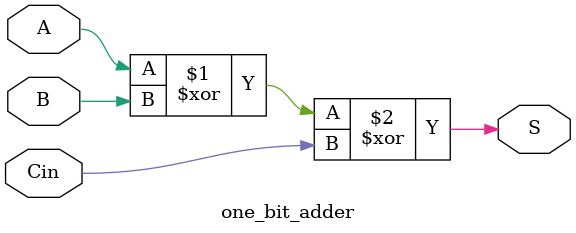
<source format=v>
module one_bit_adder(S, A, B, Cin);
    input A, B, Cin;
    output S;
    xor Sresult(S, A, B, Cin);
endmodule
</source>
